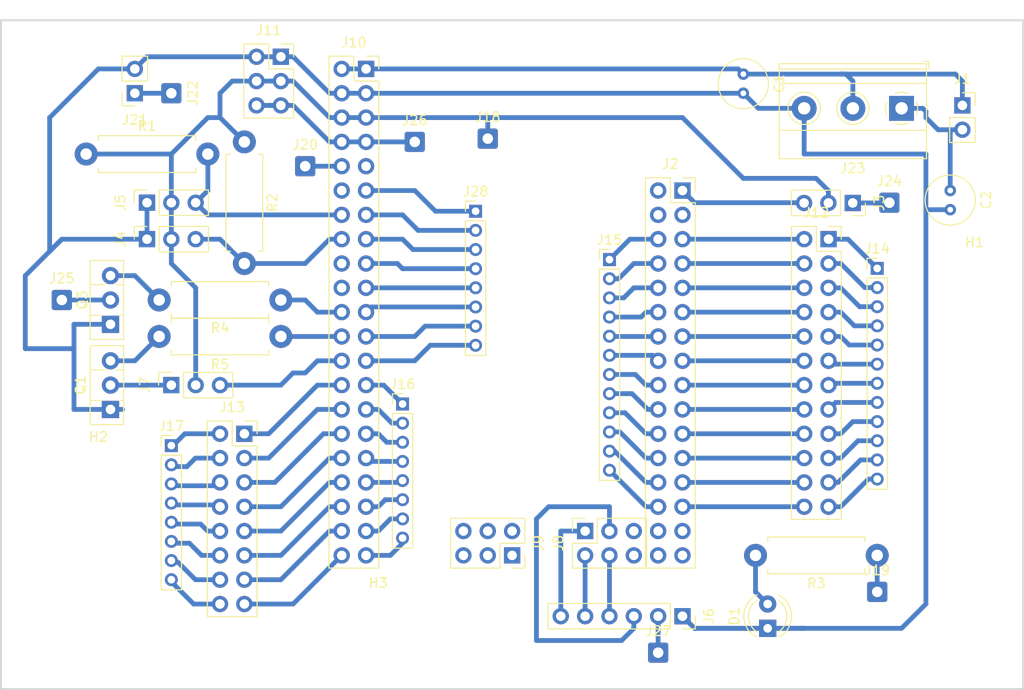
<source format=kicad_pcb>
(kicad_pcb (version 20221018) (generator pcbnew)
  (layers (0 "F.Cu" signal) (31 "B.Cu" signal) (34 "B.Paste" user) (35 "F.Paste" user) (36 "B.SilkS" user "B.Silkscreen") (37 "F.SilkS" user "F.Silkscreen") (38 "B.Mask" user) (39 "F.Mask" user) (44 "Edge.Cuts" user))
  (net 0 "")
  (net 1 "VIN")
  (net 2 "GND")
  (net 3 "MQ7")
  (net 8 "+5V")
  (net 9 "Temp")
  (net 10 "DHT11")
  (net 11 "+3.3V")
  (net 12 "MOSI")
  (net 13 "SCK")
  (net 14 "MISO")
  (net 15 "CS")
  (net 16 "GPS")
  (net 25 "Net-(J10-Pin_11)")
  (net 27 "Net-(J10-Pin_13)")
  (net 28 "Net-(J10-Pin_15)")
  (net 30 "Net-(J10-Pin_17)")
  (net 32 "Net-(J10-Pin_19)")
  (net 33 "Net-(J10-Pin_21)")
  (net 34 "Net-(J10-Pin_23)")
  (net 36 "Net-(J10-Pin_25)")
  (net 37 "A5")
  (net 38 "A7")
  (net 39 "A9")
  (net 40 "A11")
  (net 41 "A13")
  (net 42 "A15")
  (net 43 "A4")
  (net 44 "A6")
  (net 45 "A8")
  (net 46 "A10")
  (net 47 "A12")
  (net 48 "A14")
  (net 51 "D33")
  (net 52 "D32")
  (net 53 "D35")
  (net 54 "D34")
  (net 55 "D37")
  (net 56 "D36")
  (net 57 "D39")
  (net 58 "D38")
  (net 59 "D41")
  (net 60 "D40")
  (net 61 "D43")
  (net 62 "D42")
  (net 63 "D30")
  (net 64 "D31")
  (net 65 "D28")
  (net 66 "D29")
  (net 67 "D26")
  (net 68 "D27")
  (net 69 "D24")
  (net 70 "D25")
  (net 71 "D22")
  (net 72 "D23")
  (net 73 "D20")
  (net 74 "D21")
  (net 75 "D18")
  (net 76 "D19")
  (net 77 "D16")
  (net 78 "D17")
  (net 79 "Net-(D1-A)")
  (net 80 "RESET")
  (net 82 "VIN_3V3")
  (net 83 "Net-(Q1-B)")
  (net 84 "Net-(Q3-B)")
  (net 85 "T1")
  (net 86 "T2")
  (net 87 "GN2")
  (net 88 "GN1")
  (footprint "MountingHole:MountingHole_4.3mm_M4_DIN965" (layer "F.Cu") (at 101.85 -43.13)
    (fp_text reference "H1")
    (fp_text value "MountingHole")
  )
  (footprint "Capacitor_THT:C_Radial_D5.0mm_H5.0mm_P2.00mm" (layer "F.Cu") (at 77.72 -65.45 -90)
    (fp_text reference "C1")
    (fp_text value "C")
  )
  (footprint "Connector_Wire:SolderWire-0.5sqmm_1x01_D0.9mm_OD2.1mm" (layer "F.Cu") (at 43.43 -58.37)
    (fp_text reference "J26")
    (fp_text value "Conn_01x01_Pin")
  )
  (footprint "Resistor_THT:R_Axial_DIN0411_L9.9mm_D3.6mm_P12.70mm_Horizontal" (layer "F.Cu") (at 29.46 -41.86 180)
    (fp_text reference "R4")
    (fp_text value "4.7k")
  )
  (footprint "Connector_PinSocket_2.54mm:PinSocket_1x02_P2.54mm_Vertical" (layer "F.Cu") (at 14.22 -63.45 180)
    (fp_text reference "J21")
    (fp_text value "Conn_01x02_Pin")
  )
  (footprint "MountingHole:MountingHole_4.3mm_M4_DIN965" (layer "F.Cu") (at 10.41 -22.81)
    (fp_text reference "H2")
    (fp_text value "MountingHole")
  )
  (footprint "Connector_PinSocket_2.54mm:PinSocket_1x06_P2.54mm_Vertical" (layer "F.Cu") (at 71.37 -8.84 -90)
    (fp_text reference "J6")
    (fp_text value "Conn_01x06_Pin")
  )
  (footprint "Connector_Wire:SolderWire-0.5sqmm_1x01_D0.9mm_OD2.1mm" (layer "F.Cu") (at 18.03 -63.45 -90)
    (fp_text reference "J22")
    (fp_text value "Conn_01x01_Pin")
  )
  (footprint "Connector_Wire:SolderWire-0.5sqmm_1x01_D0.9mm_OD2.1mm" (layer "F.Cu") (at 6.6 -41.86)
    (fp_text reference "J25")
    (fp_text value "Conn_01x01_Pin")
  )
  (footprint "Connector_PinSocket_2.54mm:PinSocket_2x21_P2.54mm_Vertical" (layer "F.Cu") (at 38.35 -65.99)
    (fp_text reference "J10")
    (fp_text value "Conn_02x21_Odd_Even")
  )
  (footprint "Connector_PinHeader_2.00mm:PinHeader_1x12_P2.00mm_Vertical" (layer "F.Cu") (at 63.75 -46.08)
    (fp_text reference "J15")
    (fp_text value "Conn_01x12_Pin")
  )
  (footprint "Connector_PinSocket_2.54mm:PinSocket_2x03_P2.54mm_Vertical" (layer "F.Cu") (at 61.21 -17.73 90)
    (fp_text reference "J8")
    (fp_text value "Conn_02x03_Odd_Even")
  )
  (footprint "Resistor_THT:R_Axial_DIN0411_L9.9mm_D3.6mm_P12.70mm_Horizontal" (layer "F.Cu") (at 25.65 -58.37 -90)
    (fp_text reference "R2")
    (fp_text value "R")
  )
  (footprint "Connector_Wire:SolderWire-0.5sqmm_1x01_D0.9mm_OD2.1mm" (layer "F.Cu") (at 92.96 -52.02)
    (fp_text reference "J24")
    (fp_text value "Conn_01x01_Pin")
  )
  (footprint "Connector_PinHeader_2.00mm:PinHeader_1x08_P2.00mm_Vertical" (layer "F.Cu") (at 42.16 -31)
    (fp_text reference "J16")
    (fp_text value "Conn_01x08_Pin")
  )
  (footprint "Connector_PinSocket_2.54mm:PinSocket_2x12_P2.54mm_Vertical" (layer "F.Cu") (at 86.61 -48.21)
    (fp_text reference "J12")
    (fp_text value "Conn_02x12_Odd_Even")
  )
  (footprint "Resistor_THT:R_Axial_DIN0411_L9.9mm_D3.6mm_P12.70mm_Horizontal" (layer "F.Cu") (at 9.14 -57.1)
    (fp_text reference "R1")
    (fp_text value "R")
  )
  (footprint "Connector_PinSocket_2.54mm:PinSocket_2x08_P2.54mm_Vertical" (layer "F.Cu") (at 25.65 -27.89)
    (fp_text reference "J13")
    (fp_text value "Conn_02x08_Odd_Even")
  )
  (footprint "Connector_PinHeader_2.00mm:PinHeader_1x08_P2.00mm_Vertical" (layer "F.Cu") (at 49.78 -51.13)
    (fp_text reference "J28")
    (fp_text value "Conn_01x08_Pin")
  )
  (footprint "Connector_Wire:SolderWire-0.5sqmm_1x01_D0.9mm_OD2.1mm" (layer "F.Cu") (at 68.83 -5.03)
    (fp_text reference "J27")
    (fp_text value "Conn_01x01_Pin")
  )
  (footprint "Connector_PinSocket_2.54mm:PinSocket_1x02_P2.54mm_Vertical" (layer "F.Cu") (at 100.58 -62.18)
    (fp_text reference "J1")
    (fp_text value "Conn_01x02_Pin")
  )
  (footprint "Connector_PinSocket_2.54mm:PinSocket_1x03_P2.54mm_Vertical" (layer "F.Cu") (at 15.49 -52.02 90)
    (fp_text reference "J5")
    (fp_text value "Conn_01x03_Pin")
  )
  (footprint "Connector_PinSocket_2.54mm:PinSocket_1x03_P2.54mm_Vertical" (layer "F.Cu") (at 18.03 -32.97 90)
    (fp_text reference "J7")
    (fp_text value "Conn_01x03_Pin")
  )
  (footprint "Connector_Wire:SolderWire-0.5sqmm_1x01_D0.9mm_OD2.1mm" (layer "F.Cu") (at 91.69 -11.38)
    (fp_text reference "J19")
    (fp_text value "Conn_01x01_Pin")
  )
  (footprint "Connector_PinSocket_2.54mm:PinSocket_1x03_P2.54mm_Vertical" (layer "F.Cu") (at 15.49 -48.21 90)
    (fp_text reference "J4")
    (fp_text value "Conn_01x03_Pin")
  )
  (footprint "Package_TO_SOT_THT:TO-126-3_Vertical" (layer "F.Cu") (at 11.68 -30.43 90)
    (fp_text reference "Q1")
    (fp_text value "BD135")
  )
  (footprint "Connector_PinSocket_2.54mm:PinSocket_2x03_P2.54mm_Vertical" (layer "F.Cu") (at 53.59 -15.19 -90)
    (fp_text reference "J9")
    (fp_text value "Conn_02x03_Odd_Even")
  )
  (footprint "Resistor_THT:R_Axial_DIN0411_L9.9mm_D3.6mm_P12.70mm_Horizontal" (layer "F.Cu") (at 29.46 -38.05 180)
    (fp_text reference "R5")
    (fp_text value "4.7k")
  )
  (footprint "LED_THT:LED_D4.0mm" (layer "F.Cu") (at 80.26 -7.57 90)
    (fp_text reference "D1")
    (fp_text value "LED")
  )
  (footprint "Resistor_THT:R_Axial_DIN0411_L9.9mm_D3.6mm_P12.70mm_Horizontal" (layer "F.Cu") (at 91.69 -15.19 180)
    (fp_text reference "R3")
    (fp_text value "R")
  )
  (footprint "Package_TO_SOT_THT:TO-126-3_Vertical" (layer "F.Cu") (at 11.68 -39.32 90)
    (fp_text reference "Q3")
    (fp_text value "BD135")
  )
  (footprint "TerminalBlock_Phoenix:TerminalBlock_Phoenix_MKDS-1,5-3-5.08_1x03_P5.08mm_Horizontal" (layer "F.Cu") (at 94.23 -61.875 180)
    (fp_text reference "J23")
    (fp_text value "Screw_Terminal_01x03")
  )
  (footprint "Connector_PinHeader_2.00mm:PinHeader_1x08_P2.00mm_Vertical" (layer "F.Cu") (at 18.03 -26.65)
    (fp_text reference "J17")
    (fp_text value "Conn_01x08_Pin")
  )
  (footprint "Connector_PinHeader_2.00mm:PinHeader_1x12_P2.00mm_Vertical" (layer "F.Cu") (at 91.69 -45.16)
    (fp_text reference "J14")
    (fp_text value "Conn_01x12_Pin")
  )
  (footprint "Connector_Wire:SolderWire-0.5sqmm_1x01_D0.9mm_OD2.1mm" (layer "F.Cu") (at 51.05 -58.71)
    (fp_text reference "J18")
    (fp_text value "Conn_01x01_Pin")
  )
  (footprint "Capacitor_THT:C_Radial_D5.0mm_H5.0mm_P2.00mm" (layer "F.Cu") (at 99.31 -53.29 -90)
    (fp_text reference "C2")
    (fp_text value "C")
  )
  (footprint "Connector_PinSocket_2.54mm:PinSocket_1x03_P2.54mm_Vertical" (layer "F.Cu") (at 89.135 -51.995 -90)
    (fp_text reference "J3")
    (fp_text value "Conn_01x03_Pin")
  )
  (footprint "Connector_Wire:SolderWire-0.5sqmm_1x01_D0.9mm_OD2.1mm" (layer "F.Cu") (at 32 -55.83)
    (fp_text reference "J20")
    (fp_text value "Conn_01x01_Pin")
  )
  (footprint "Connector_PinSocket_2.54mm:PinSocket_2x03_P2.54mm_Vertical" (layer "F.Cu") (at 29.46 -67.26)
    (fp_text reference "J11")
    (fp_text value "Conn_02x03_Odd_Even")
  )
  (footprint "MountingHole:MountingHole_4.3mm_M4_DIN965" (layer "F.Cu") (at 39.62 -7.57)
    (fp_text reference "H3")
    (fp_text value "MountingHole")
  )
  (footprint "Connector_PinSocket_2.54mm:PinSocket_2x16_P2.54mm_Vertical" (layer "F.Cu") (at 71.37 -53.29)
    (fp_text reference "J2")
    (fp_text value "Conn_02x16_Odd_Even")
  )
  (gr_rect (start 0.25 -71.07) (end 106.93 -1.22) (stroke (width 0.2)) (fill none) (layer "Edge.Cuts"))
  (segment (start 38.35 -65.99) (end 35.81 -65.99) (width 0.5) (layer "B.Cu") (net 1))
  (segment (start 89.15 -64.72) (end 89.15 -61.875) (width 0.5) (layer "B.Cu") (net 1))
  (segment (start 99.85 -65.45) (end 100.58 -64.72) (width 0.5) (layer "B.Cu") (net 1))
  (segment (start 87.88 -65.45) (end 88.42 -65.45) (width 0.5) (layer "B.Cu") (net 1))
  (segment (start 77.72 -65.45) (end 87.88 -65.45) (width 0.5) (layer "B.Cu") (net 1))
  (segment (start 100.58 -64.72) (end 100.58 -62.18) (width 0.5) (layer "B.Cu") (net 1))
  (segment (start 88.42 -65.45) (end 89.15 -64.72) (width 0.5) (layer "B.Cu") (net 1))
  (segment (start 77.18 -65.99) (end 77.72 -65.45) (width 0.5) (layer "B.Cu") (net 1))
  (segment (start 38.35 -65.99) (end 77.18 -65.99) (width 0.5) (layer "B.Cu") (net 1))
  (segment (start 87.88 -65.45) (end 99.85 -65.45) (width 0.5) (layer "B.Cu") (net 1))
  (segment (start 96.77 -10.11) (end 96.77 -51.29) (width 0.5) (layer "B.Cu") (net 2))
  (segment (start 7.87 -30.43) (end 7.87 -39.32) (width 0.5) (layer "B.Cu") (net 2))
  (segment (start 7.87 -39.32) (end 11.68 -39.32) (width 0.5) (layer "B.Cu") (net 2))
  (segment (start 34.54 -63.45) (end 30.73 -67.26) (width 0.5) (layer "B.Cu") (net 2))
  (segment (start 15.49 -48.21) (end 15.49 -52.02) (width 0.5) (layer "B.Cu") (net 2))
  (segment (start 77.72 -63.45) (end 79.295 -61.875) (width 0.5) (layer "B.Cu") (net 2))
  (segment (start 84.07 -7.57) (end 94.23 -7.57) (width 0.5) (layer "B.Cu") (net 2))
  (segment (start 10.41 -65.99) (end 5.33 -60.91) (width 0.5) (layer "B.Cu") (net 2))
  (segment (start 84.07 -61.875) (end 84.07 -57.1) (width 0.5) (layer "B.Cu") (net 2))
  (segment (start 12.95 -30.43) (end 11.68 -30.43) (width 0.5) (layer "B.Cu") (net 2))
  (segment (start 35.81 -63.45) (end 38.35 -63.45) (width 0.5) (layer "B.Cu") (net 2))
  (segment (start 79.295 -61.875) (end 84.07 -61.875) (width 0.5) (layer "B.Cu") (net 2))
  (segment (start 5.33 -60.91) (end 5.33 -46.94) (width 0.5) (layer "B.Cu") (net 2))
  (segment (start 94.23 -7.57) (end 96.77 -10.11) (width 0.5) (layer "B.Cu") (net 2))
  (segment (start 72.64 -7.57) (end 71.37 -8.84) (width 0.5) (layer "B.Cu") (net 2))
  (segment (start 6.6 -48.21) (end 2.79 -44.4) (width 0.5) (layer "B.Cu") (net 2))
  (segment (start 84.07 -7.57) (end 80.26 -7.57) (width 0.5) (layer "B.Cu") (net 2))
  (segment (start 6.6 -48.21) (end 15.49 -48.21) (width 0.5) (layer "B.Cu") (net 2))
  (segment (start 26.92 -67.26) (end 29.46 -67.26) (width 0.5) (layer "B.Cu") (net 2))
  (segment (start 26.92 -67.26) (end 15.49 -67.26) (width 0.5) (layer "B.Cu") (net 2))
  (segment (start 2.79 -36.78) (end 2.79 -44.4) (width 0.5) (layer "B.Cu") (net 2))
  (segment (start 84.07 -7.57) (end 72.64 -7.57) (width 0.5) (layer "B.Cu") (net 2))
  (segment (start 15.49 -67.26) (end 14.22 -65.99) (width 0.5) (layer "B.Cu") (net 2))
  (segment (start 84.07 -57.1) (end 96.77 -57.1) (width 0.5) (layer "B.Cu") (net 2))
  (segment (start 38.35 -63.45) (end 77.72 -63.45) (width 0.5) (layer "B.Cu") (net 2))
  (segment (start 7.87 -36.78) (end 2.79 -36.78) (width 0.5) (layer "B.Cu") (net 2))
  (segment (start 11.68 -30.43) (end 7.87 -30.43) (width 0.5) (layer "B.Cu") (net 2))
  (segment (start 14.22 -65.99) (end 10.41 -65.99) (width 0.5) (layer "B.Cu") (net 2))
  (segment (start 80.26 -7.57) (end 72.64 -7.57) (width 0.5) (layer "B.Cu") (net 2))
  (segment (start 30.73 -67.26) (end 28.205 -67.26) (width 0.5) (layer "B.Cu") (net 2))
  (segment (start 5.33 -46.94) (end 6.6 -48.21) (width 0.5) (layer "B.Cu") (net 2))
  (segment (start 35.81 -63.45) (end 34.54 -63.45) (width 0.5) (layer "B.Cu") (net 2))
  (segment (start 96.77 -57.1) (end 96.77 -51.29) (width 0.5) (layer "B.Cu") (net 2))
  (segment (start 96.77 -51.29) (end 99.31 -51.29) (width 0.5) (layer "B.Cu") (net 2))
  (segment (start 72.64 -52.02) (end 71.37 -53.29) (width 0.5) (layer "B.Cu") (net 3))
  (segment (start 84.03 -52.02) (end 72.64 -52.02) (width 0.5) (layer "B.Cu") (net 3))
  (segment (start 84.055 -51.995) (end 84.03 -52.02) (width 0.5) (layer "B.Cu") (net 3))
  (segment (start 20.57 -43.13) (end 20.57 -32.97) (width 0.5) (layer "B.Cu") (net 8))
  (segment (start 86.595 -53.285) (end 85.32 -54.56) (width 0.5) (layer "B.Cu") (net 8))
  (segment (start 23.11 -60.91) (end 23.11 -63.45) (width 0.5) (layer "B.Cu") (net 8))
  (segment (start 85.32 -54.56) (end 77.72 -54.56) (width 0.5) (layer "B.Cu") (net 8))
  (segment (start 29.46 -64.72) (end 26.92 -64.72) (width 0.5) (layer "B.Cu") (net 8))
  (segment (start 18.03 -52.02) (end 18.03 -55.83) (width 0.5) (layer "B.Cu") (net 8))
  (segment (start 18.03 -48.21) (end 18.03 -52.02) (width 0.5) (layer "B.Cu") (net 8))
  (segment (start 30.73 -64.72) (end 28.205 -64.72) (width 0.5) (layer "B.Cu") (net 8))
  (segment (start 18.03 -57.1) (end 21.84 -60.91) (width 0.5) (layer "B.Cu") (net 8))
  (segment (start 91.69 -11.38) (end 91.69 -15.19) (width 0.5) (layer "B.Cu") (net 8))
  (segment (start 24.38 -64.72) (end 26.92 -64.72) (width 0.5) (layer "B.Cu") (net 8))
  (segment (start 35.81 -60.91) (end 34.54 -60.91) (width 0.5) (layer "B.Cu") (net 8))
  (segment (start 18.03 -55.83) (end 18.03 -57.1) (width 0.5) (layer "B.Cu") (net 8))
  (segment (start 23.11 -60.91) (end 25.65 -58.37) (width 0.5) (layer "B.Cu") (net 8))
  (segment (start 23.11 -63.45) (end 24.38 -64.72) (width 0.5) (layer "B.Cu") (net 8))
  (segment (start 71.37 -60.91) (end 38.35 -60.91) (width 0.5) (layer "B.Cu") (net 8))
  (segment (start 38.35 -60.91) (end 35.81 -60.91) (width 0.5) (layer "B.Cu") (net 8))
  (segment (start 77.72 -54.56) (end 71.37 -60.91) (width 0.5) (layer "B.Cu") (net 8))
  (segment (start 18.03 -45.67) (end 20.57 -43.13) (width 0.5) (layer "B.Cu") (net 8))
  (segment (start 18.03 -48.21) (end 18.03 -45.67) (width 0.5) (layer "B.Cu") (net 8))
  (segment (start 18.03 -57.1) (end 9.14 -57.1) (width 0.5) (layer "B.Cu") (net 8))
  (segment (start 86.595 -51.995) (end 86.595 -53.285) (width 0.5) (layer "B.Cu") (net 8))
  (segment (start 51.05 -59.005) (end 51.05 -60.91) (width 0.5) (layer "B.Cu") (net 8))
  (segment (start 21.84 -60.91) (end 23.11 -60.91) (width 0.5) (layer "B.Cu") (net 8))
  (segment (start 34.54 -60.91) (end 30.73 -64.72) (width 0.5) (layer "B.Cu") (net 8))
  (segment (start 20.57 -48.21) (end 23.11 -48.21) (width 0.5) (layer "B.Cu") (net 9))
  (segment (start 34.54 -48.21) (end 32 -45.67) (width 0.5) (layer "B.Cu") (net 9))
  (segment (start 23.11 -48.21) (end 25.65 -45.67) (width 0.5) (layer "B.Cu") (net 9))
  (segment (start 35.81 -48.21) (end 34.54 -48.21) (width 0.5) (layer "B.Cu") (net 9))
  (segment (start 32 -45.67) (end 25.65 -45.67) (width 0.5) (layer "B.Cu") (net 9))
  (segment (start 21.84 -50.75) (end 20.57 -52.02) (width 0.5) (layer "B.Cu") (net 10))
  (segment (start 21.84 -53.29) (end 21.84 -57.1) (width 0.5) (layer "B.Cu") (net 10))
  (segment (start 35.81 -50.75) (end 21.84 -50.75) (width 0.5) (layer "B.Cu") (net 10))
  (segment (start 20.57 -52.02) (end 21.84 -53.29) (width 0.5) (layer "B.Cu") (net 10))
  (segment (start 30.73 -62.18) (end 34.54 -58.37) (width 0.5) (layer "B.Cu") (net 11))
  (segment (start 68.83 -5.03) (end 68.83 -8.84) (width 0.5) (layer "B.Cu") (net 11))
  (segment (start 29.46 -62.18) (end 26.92 -62.18) (width 0.5) (layer "B.Cu") (net 11))
  (segment (start 28.205 -62.18) (end 30.73 -62.18) (width 0.5) (layer "B.Cu") (net 11))
  (segment (start 34.54 -58.37) (end 35.81 -58.37) (width 0.5) (layer "B.Cu") (net 11))
  (segment (start 38.35 -58.37) (end 35.81 -58.37) (width 0.5) (layer "B.Cu") (net 11))
  (segment (start 38.35 -58.37) (end 43.43 -58.37) (width 0.5) (layer "B.Cu") (net 11))
  (segment (start 63.75 -20.27) (end 63.75 -17.73) (width 0.5) (layer "B.Cu") (net 12))
  (segment (start 57.4 -20.27) (end 63.75 -20.27) (width 0.5) (layer "B.Cu") (net 12))
  (segment (start 56.13 -19) (end 57.4 -20.27) (width 0.5) (layer "B.Cu") (net 12))
  (segment (start 66.29 -7.57) (end 65.02 -6.3) (width 0.5) (layer "B.Cu") (net 12))
  (segment (start 66.29 -8.84) (end 66.29 -7.57) (width 0.5) (layer "B.Cu") (net 12))
  (segment (start 65.02 -6.3) (end 56.13 -6.3) (width 0.5) (layer "B.Cu") (net 12))
  (segment (start 56.13 -6.3) (end 56.13 -19) (width 0.5) (layer "B.Cu") (net 12))
  (segment (start 61.21 -8.84) (end 61.21 -15.19) (width 0.5) (layer "B.Cu") (net 13))
  (segment (start 63.75 -15.19) (end 63.75 -8.84) (width 0.5) (layer "B.Cu") (net 14))
  (segment (start 58.67 -17.73) (end 61.21 -17.73) (width 0.5) (layer "B.Cu") (net 15))
  (segment (start 58.67 -8.84) (end 58.67 -17.73) (width 0.5) (layer "B.Cu") (net 15))
  (segment (start 35.81 -35.51) (end 33.27 -35.51) (width 0.5) (layer "B.Cu") (net 16))
  (segment (start 29.46 -32.97) (end 23.11 -32.97) (width 0.5) (layer "B.Cu") (net 16))
  (segment (start 32 -34.24) (end 30.73 -34.24) (width 0.5) (layer "B.Cu") (net 16))
  (segment (start 30.73 -34.24) (end 29.46 -32.97) (width 0.5) (layer "B.Cu") (net 16))
  (segment (start 33.27 -35.51) (end 32 -34.24) (width 0.5) (layer "B.Cu") (net 16))
  (segment (start 43.43 -53.29) (end 45.59 -51.13) (width 0.5) (layer "B.Cu") (net 25))
  (segment (start 38.35 -53.29) (end 43.43 -53.29) (width 0.5) (layer "B.Cu") (net 25))
  (segment (start 45.59 -51.13) (end 49.78 -51.13) (width 0.5) (layer "B.Cu") (net 25))
  (segment (start 49.78 -49.13) (end 43.78 -49.13) (width 0.5) (layer "B.Cu") (net 27))
  (segment (start 43.78 -49.13) (end 42.16 -50.75) (width 0.5) (layer "B.Cu") (net 27))
  (segment (start 42.16 -50.75) (end 38.35 -50.75) (width 0.5) (layer "B.Cu") (net 27))
  (segment (start 42.16 -48.21) (end 38.35 -48.21) (width 0.5) (layer "B.Cu") (net 28))
  (segment (start 49.78 -47.13) (end 43.24 -47.13) (width 0.5) (layer "B.Cu") (net 28))
  (segment (start 43.24 -47.13) (end 42.16 -48.21) (width 0.5) (layer "B.Cu") (net 28))
  (segment (start 41.62 -45.67) (end 42.16 -45.13) (width 0.5) (layer "B.Cu") (net 30))
  (segment (start 38.35 -45.67) (end 41.62 -45.67) (width 0.5) (layer "B.Cu") (net 30))
  (segment (start 42.16 -45.13) (end 49.78 -45.13) (width 0.5) (layer "B.Cu") (net 30))
  (segment (start 38.35 -43.13) (end 49.78 -43.13) (width 0.5) (layer "B.Cu") (net 32))
  (segment (start 38.89 -41.13) (end 38.35 -40.59) (width 0.5) (layer "B.Cu") (net 33))
  (segment (start 49.78 -41.13) (end 38.89 -41.13) (width 0.5) (layer "B.Cu") (net 33))
  (segment (start 49.78 -39.13) (end 44.51 -39.13) (width 0.5) (layer "B.Cu") (net 34))
  (segment (start 44.51 -39.13) (end 43.43 -38.05) (width 0.5) (layer "B.Cu") (net 34))
  (segment (start 38.35 -38.05) (end 43.43 -38.05) (width 0.5) (layer "B.Cu") (net 34))
  (segment (start 43.43 -35.51) (end 38.35 -35.51) (width 0.5) (layer "B.Cu") (net 36))
  (segment (start 49.78 -37.13) (end 45.05 -37.13) (width 0.5) (layer "B.Cu") (net 36))
  (segment (start 45.05 -37.13) (end 43.43 -35.51) (width 0.5) (layer "B.Cu") (net 36))
  (segment (start 68.83 -48.21) (end 65.88 -48.21) (width 0.5) (layer "B.Cu") (net 37))
  (segment (start 88.64 -48.21) (end 91.69 -45.16) (width 0.5) (layer "B.Cu") (net 37))
  (segment (start 86.61 -48.21) (end 88.64 -48.21) (width 0.5) (layer "B.Cu") (net 37))
  (segment (start 65.88 -48.21) (end 63.75 -46.08) (width 0.5) (layer "B.Cu") (net 37))
  (segment (start 68.83 -45.67) (end 66.29 -45.67) (width 0.5) (layer "B.Cu") (net 38))
  (segment (start 91.69 -43.16) (end 90.39 -43.16) (width 0.5) (layer "B.Cu") (net 38))
  (segment (start 90.39 -43.16) (end 87.88 -45.67) (width 0.5) (layer "B.Cu") (net 38))
  (segment (start 66.29 -45.67) (end 64.7 -44.08) (width 0.5) (layer "B.Cu") (net 38))
  (segment (start 64.7 -44.08) (end 63.75 -44.08) (width 0.5) (layer "B.Cu") (net 38))
  (segment (start 87.88 -45.67) (end 86.61 -45.67) (width 0.5) (layer "B.Cu") (net 38))
  (segment (start 68.83 -43.13) (end 66.29 -43.13) (width 0.5) (layer "B.Cu") (net 39))
  (segment (start 91.69 -41.16) (end 89.85 -41.16) (width 0.5) (layer "B.Cu") (net 39))
  (segment (start 89.85 -41.16) (end 87.88 -43.13) (width 0.5) (layer "B.Cu") (net 39))
  (segment (start 65.24 -42.08) (end 63.75 -42.08) (width 0.5) (layer "B.Cu") (net 39))
  (segment (start 66.29 -43.13) (end 65.24 -42.08) (width 0.5) (layer "B.Cu") (net 39))
  (segment (start 87.88 -43.13) (end 86.61 -43.13) (width 0.5) (layer "B.Cu") (net 39))
  (segment (start 67.56 -40.59) (end 67.05 -40.08) (width 0.5) (layer "B.Cu") (net 40))
  (segment (start 89.31 -39.16) (end 87.88 -40.59) (width 0.5) (layer "B.Cu") (net 40))
  (segment (start 67.05 -40.08) (end 63.75 -40.08) (width 0.5) (layer "B.Cu") (net 40))
  (segment (start 91.69 -39.16) (end 89.31 -39.16) (width 0.5) (layer "B.Cu") (net 40))
  (segment (start 68.83 -40.59) (end 67.56 -40.59) (width 0.5) (layer "B.Cu") (net 40))
  (segment (start 87.88 -40.59) (end 86.61 -40.59) (width 0.5) (layer "B.Cu") (net 40))
  (segment (start 88.77 -37.16) (end 87.88 -38.05) (width 0.5) (layer "B.Cu") (net 41))
  (segment (start 91.69 -37.16) (end 88.77 -37.16) (width 0.5) (layer "B.Cu") (net 41))
  (segment (start 63.78 -38.05) (end 63.75 -38.08) (width 0.5) (layer "B.Cu") (net 41))
  (segment (start 68.83 -38.05) (end 63.78 -38.05) (width 0.5) (layer "B.Cu") (net 41))
  (segment (start 87.88 -38.05) (end 86.61 -38.05) (width 0.5) (layer "B.Cu") (net 41))
  (segment (start 68.83 -35.51) (end 68.26 -36.08) (width 0.5) (layer "B.Cu") (net 42))
  (segment (start 68.26 -36.08) (end 63.75 -36.08) (width 0.5) (layer "B.Cu") (net 42))
  (segment (start 91.69 -35.16) (end 86.96 -35.16) (width 0.5) (layer "B.Cu") (net 42))
  (segment (start 86.96 -35.16) (end 86.61 -35.51) (width 0.5) (layer "B.Cu") (net 42))
  (segment (start 84.07 -48.21) (end 71.37 -48.21) (width 0.5) (layer "B.Cu") (net 43))
  (segment (start 84.07 -45.67) (end 71.37 -45.67) (width 0.5) (layer "B.Cu") (net 44))
  (segment (start 84.07 -43.13) (end 71.37 -43.13) (width 0.5) (layer "B.Cu") (net 45))
  (segment (start 71.37 -40.59) (end 84.07 -40.59) (width 0.5) (layer "B.Cu") (net 46))
  (segment (start 84.07 -38.05) (end 71.37 -38.05) (width 0.5) (layer "B.Cu") (net 47))
  (segment (start 71.37 -35.51) (end 84.07 -35.51) (width 0.5) (layer "B.Cu") (net 48))
  (segment (start 66.45 -34.08) (end 63.75 -34.08) (width 0.5) (layer "B.Cu") (net 51))
  (segment (start 68.83 -32.97) (end 67.56 -32.97) (width 0.5) (layer "B.Cu") (net 51))
  (segment (start 91.69 -33.16) (end 86.8 -33.16) (width 0.5) (layer "B.Cu") (net 51))
  (segment (start 86.8 -33.16) (end 86.61 -32.97) (width 0.5) (layer "B.Cu") (net 51))
  (segment (start 67.56 -32.97) (end 66.45 -34.08) (width 0.5) (layer "B.Cu") (net 51))
  (segment (start 84.07 -32.97) (end 71.37 -32.97) (width 0.5) (layer "B.Cu") (net 52))
  (segment (start 66.1 -32.08) (end 63.75 -32.08) (width 0.5) (layer "B.Cu") (net 53))
  (segment (start 91.69 -31.16) (end 87.34 -31.16) (width 0.5) (layer "B.Cu") (net 53))
  (segment (start 87.34 -31.16) (end 86.61 -30.43) (width 0.5) (layer "B.Cu") (net 53))
  (segment (start 67.75 -30.43) (end 66.1 -32.08) (width 0.5) (layer "B.Cu") (net 53))
  (segment (start 68.83 -30.43) (end 67.75 -30.43) (width 0.5) (layer "B.Cu") (net 53))
  (segment (start 71.37 -30.43) (end 84.07 -30.43) (width 0.5) (layer "B.Cu") (net 54))
  (segment (start 87.88 -27.89) (end 86.61 -27.89) (width 0.5) (layer "B.Cu") (net 55))
  (segment (start 68.83 -27.89) (end 67.56 -27.89) (width 0.5) (layer "B.Cu") (net 55))
  (segment (start 89.15 -29.16) (end 87.88 -27.89) (width 0.5) (layer "B.Cu") (net 55))
  (segment (start 65.37 -30.08) (end 63.75 -30.08) (width 0.5) (layer "B.Cu") (net 55))
  (segment (start 91.69 -29.16) (end 89.15 -29.16) (width 0.5) (layer "B.Cu") (net 55))
  (segment (start 67.56 -27.89) (end 65.37 -30.08) (width 0.5) (layer "B.Cu") (net 55))
  (segment (start 84.07 -27.89) (end 71.37 -27.89) (width 0.5) (layer "B.Cu") (net 56))
  (segment (start 91.69 -27.16) (end 89.69 -27.16) (width 0.5) (layer "B.Cu") (net 57))
  (segment (start 64.83 -28.08) (end 63.75 -28.08) (width 0.5) (layer "B.Cu") (net 57))
  (segment (start 67.56 -25.35) (end 64.83 -28.08) (width 0.5) (layer "B.Cu") (net 57))
  (segment (start 87.88 -25.35) (end 86.61 -25.35) (width 0.5) (layer "B.Cu") (net 57))
  (segment (start 89.69 -27.16) (end 87.88 -25.35) (width 0.5) (layer "B.Cu") (net 57))
  (segment (start 68.83 -25.35) (end 67.56 -25.35) (width 0.5) (layer "B.Cu") (net 57))
  (segment (start 71.37 -25.35) (end 84.07 -25.35) (width 0.5) (layer "B.Cu") (net 58))
  (segment (start 91.69 -25.16) (end 89.949949 -25.16) (width 0.5) (layer "B.Cu") (net 59))
  (segment (start 68.83 -22.81) (end 67.56 -22.81) (width 0.5) (layer "B.Cu") (net 59))
  (segment (start 87.599949 -22.81) (end 86.61 -22.81) (width 0.5) (layer "B.Cu") (net 59))
  (segment (start 64.29 -26.08) (end 63.75 -26.08) (width 0.5) (layer "B.Cu") (net 59))
  (segment (start 67.56 -22.81) (end 64.29 -26.08) (width 0.5) (layer "B.Cu") (net 59))
  (segment (start 89.949949 -25.16) (end 87.599949 -22.81) (width 0.5) (layer "B.Cu") (net 59))
  (segment (start 84.07 -22.81) (end 71.37 -22.81) (width 0.5) (layer "B.Cu") (net 60))
  (segment (start 67.56 -20.27) (end 63.75 -24.08) (width 0.5) (layer "B.Cu") (net 61))
  (segment (start 90.77 -23.16) (end 87.88 -20.27) (width 0.5) (layer "B.Cu") (net 61))
  (segment (start 68.83 -20.27) (end 67.56 -20.27) (width 0.5) (layer "B.Cu") (net 61))
  (segment (start 91.69 -23.16) (end 90.77 -23.16) (width 0.5) (layer "B.Cu") (net 61))
  (segment (start 87.88 -20.27) (end 86.61 -20.27) (width 0.5) (layer "B.Cu") (net 61))
  (segment (start 84.07 -20.27) (end 71.37 -20.27) (width 0.5) (layer "B.Cu") (net 62))
  (segment (start 23.11 -10.11) (end 20.36 -10.11) (width 0.5) (layer "B.Cu") (net 63))
  (segment (start 42.16 -16.46) (end 40.89 -15.19) (width 0.5) (layer "B.Cu") (net 63))
  (segment (start 42.16 -17) (end 42.16 -16.46) (width 0.5) (layer "B.Cu") (net 63))
  (segment (start 20.36 -10.11) (end 18.01 -12.46) (width 0.5) (layer "B.Cu") (net 63))
  (segment (start 40.89 -15.19) (end 38.35 -15.19) (width 0.5) (layer "B.Cu") (net 63))
  (segment (start 35.81 -15.19) (end 30.73 -10.11) (width 0.5) (layer "B.Cu") (net 64))
  (segment (start 30.73 -10.11) (end 25.65 -10.11) (width 0.5) (layer "B.Cu") (net 64))
  (segment (start 18.01 -14.46) (end 18.74 -14.46) (width 0.5) (layer "B.Cu") (net 65))
  (segment (start 39.62 -17.73) (end 38.35 -17.73) (width 0.5) (layer "B.Cu") (net 65))
  (segment (start 40.89 -19) (end 39.62 -17.73) (width 0.5) (layer "B.Cu") (net 65))
  (segment (start 18.74 -14.46) (end 20.55 -12.65) (width 0.5) (layer "B.Cu") (net 65))
  (segment (start 42.16 -19) (end 40.89 -19) (width 0.5) (layer "B.Cu") (net 65))
  (segment (start 20.55 -12.65) (end 23.11 -12.65) (width 0.5) (layer "B.Cu") (net 65))
  (segment (start 35.81 -17.73) (end 34.54 -17.73) (width 0.5) (layer "B.Cu") (net 66))
  (segment (start 34.54 -17.73) (end 29.46 -12.65) (width 0.5) (layer "B.Cu") (net 66))
  (segment (start 29.46 -12.65) (end 25.65 -12.65) (width 0.5) (layer "B.Cu") (net 66))
  (segment (start 21.185 -15.19) (end 23.11 -15.19) (width 0.5) (layer "B.Cu") (net 67))
  (segment (start 18.01 -16.46) (end 19.915 -16.46) (width 0.5) (layer "B.Cu") (net 67))
  (segment (start 40.35 -21) (end 39.62 -20.27) (width 0.5) (layer "B.Cu") (net 67))
  (segment (start 42.16 -21) (end 40.35 -21) (width 0.5) (layer "B.Cu") (net 67))
  (segment (start 39.62 -20.27) (end 38.35 -20.27) (width 0.5) (layer "B.Cu") (net 67))
  (segment (start 19.915 -16.46) (end 21.185 -15.19) (width 0.5) (layer "B.Cu") (net 67))
  (segment (start 34.54 -20.27) (end 29.46 -15.19) (width 0.5) (layer "B.Cu") (net 68))
  (segment (start 29.46 -15.19) (end 25.65 -15.19) (width 0.5) (layer "B.Cu") (net 68))
  (segment (start 35.81 -20.27) (end 34.54 -20.27) (width 0.5) (layer "B.Cu") (net 68))
  (segment (start 23.11 -17.73) (end 21.82 -17.73) (width 0.5) (layer "B.Cu") (net 69))
  (segment (start 21.09 -18.46) (end 18.01 -18.46) (width 0.5) (layer "B.Cu") (net 69))
  (segment (start 38.35 -22.81) (end 41.97 -22.81) (width 0.5) (layer "B.Cu") (net 69))
  (segment (start 21.82 -17.73) (end 21.09 -18.46) (width 0.5) (layer "B.Cu") (net 69))
  (segment (start 41.97 -22.81) (end 42.16 -23) (width 0.5) (layer "B.Cu") (net 69))
  (segment (start 29.46 -17.73) (end 25.65 -17.73) (width 0.5) (layer "B.Cu") (net 70))
  (segment (start 34.54 -22.81) (end 29.46 -17.73) (width 0.5) (layer "B.Cu") (net 70))
  (segment (start 35.81 -22.81) (end 34.54 -22.81) (width 0.5) (layer "B.Cu") (net 70))
  (segment (start 23.11 -20.27) (end 22.92 -20.46) (width 0.5) (layer "B.Cu") (net 71))
  (segment (start 22.92 -20.46) (end 18.01 -20.46) (width 0.5) (layer "B.Cu") (net 71))
  (segment (start 38.7 -25) (end 38.35 -25.35) (width 0.5) (layer "B.Cu") (net 71))
  (segment (start 42.16 -25) (end 38.7 -25) (width 0.5) (layer "B.Cu") (net 71))
  (segment (start 35.81 -25.35) (end 34.54 -25.35) (width 0.5) (layer "B.Cu") (net 72))
  (segment (start 34.54 -25.35) (end 29.46 -20.27) (width 0.5) (layer "B.Cu") (net 72))
  (segment (start 29.46 -20.27) (end 25.65 -20.27) (width 0.5) (layer "B.Cu") (net 72))
  (segment (start 22.76 -22.46) (end 18.01 -22.46) (width 0.5) (layer "B.Cu") (net 73))
  (segment (start 23.11 -22.81) (end 22.76 -22.46) (width 0.5) (layer "B.Cu") (net 73))
  (segment (start 40.51 -27) (end 39.62 -27.89) (width 0.5) (layer "B.Cu") (net 73))
  (segment (start 39.62 -27.89) (end 38.35 -27.89) (width 0.5) (layer "B.Cu") (net 73))
  (segment (start 42.16 -27) (end 40.51 -27) (width 0.5) (layer "B.Cu") (net 73))
  (segment (start 33.905 -27.89) (end 28.825 -22.81) (width 0.5) (layer "B.Cu") (net 74))
  (segment (start 35.81 -27.89) (end 33.905 -27.89) (width 0.5) (layer "B.Cu") (net 74))
  (segment (start 28.825 -22.81) (end 25.65 -22.81) (width 0.5) (layer "B.Cu") (net 74))
  (segment (start 39.62 -30.43) (end 38.35 -30.43) (width 0.5) (layer "B.Cu") (net 75))
  (segment (start 23.11 -25.35) (end 20.55 -25.35) (width 0.5) (layer "B.Cu") (net 75))
  (segment (start 20.55 -25.35) (end 19.66 -24.46) (width 0.5) (layer "B.Cu") (net 75))
  (segment (start 42.16 -29) (end 41.05 -29) (width 0.5) (layer "B.Cu") (net 75))
  (segment (start 19.66 -24.46) (end 18.01 -24.46) (width 0.5) (layer "B.Cu") (net 75))
  (segment (start 41.05 -29) (end 39.62 -30.43) (width 0.5) (layer "B.Cu") (net 75))
  (segment (start 28.19 -25.35) (end 25.65 -25.35) (width 0.5) (layer "B.Cu") (net 76))
  (segment (start 35.81 -30.43) (end 33.27 -30.43) (width 0.5) (layer "B.Cu") (net 76))
  (segment (start 33.27 -30.43) (end 28.19 -25.35) (width 0.5) (layer "B.Cu") (net 76))
  (segment (start 40.19 -32.97) (end 38.35 -32.97) (width 0.5) (layer "B.Cu") (net 77))
  (segment (start 42.16 -31) (end 40.19 -32.97) (width 0.5) (layer "B.Cu") (net 77))
  (segment (start 19.44 -27.89) (end 18.01 -26.46) (width 0.5) (layer "B.Cu") (net 77))
  (segment (start 23.11 -27.89) (end 19.44 -27.89) (width 0.5) (layer "B.Cu") (net 77))
  (segment (start 35.81 -32.97) (end 33.27 -32.97) (width 0.5) (layer "B.Cu") (net 78))
  (segment (start 28.19 -27.89) (end 25.65 -27.89) (width 0.5) (layer "B.Cu") (net 78))
  (segment (start 33.27 -32.97) (end 28.19 -27.89) (width 0.5) (layer "B.Cu") (net 78))
  (segment (start 78.99 -11.38) (end 78.99 -15.19) (width 0.5) (layer "B.Cu") (net 79))
  (segment (start 80.26 -10.11) (end 78.99 -11.38) (width 0.5) (layer "B.Cu") (net 79))
  (segment (start 14.22 -63.45) (end 18.03 -63.45) (width 0.5) (layer "B.Cu") (net 80))
  (segment (start 35.81 -55.83) (end 32 -55.83) (width 0.5) (layer "B.Cu") (net 80))
  (segment (start 96.77 -61.545) (end 96.77 -60.91) (width 0.5) (layer "B.Cu") (net 82))
  (segment (start 96.44 -61.875) (end 96.77 -61.545) (width 0.5) (layer "B.Cu") (net 82))
  (segment (start 94.23 -61.875) (end 96.44 -61.875) (width 0.5) (layer "B.Cu") (net 82))
  (segment (start 98.04 -59.64) (end 99.31 -59.64) (width 0.5) (layer "B.Cu") (net 82))
  (segment (start 96.77 -60.91) (end 98.04 -59.64) (width 0.5) (layer "B.Cu") (net 82))
  (segment (start 99.31 -58.37) (end 99.31 -59.64) (width 0.5) (layer "B.Cu") (net 82))
  (segment (start 99.31 -59.64) (end 100.58 -59.64) (width 0.5) (layer "B.Cu") (net 82))
  (segment (start 99.31 -53.29) (end 99.31 -58.37) (width 0.5) (layer "B.Cu") (net 82))
  (segment (start 14.22 -35.51) (end 16.76 -38.05) (width 0.5) (layer "B.Cu") (net 83))
  (segment (start 11.68 -35.51) (end 14.22 -35.51) (width 0.5) (layer "B.Cu") (net 83))
  (segment (start 14.22 -44.4) (end 16.76 -41.86) (width 0.5) (layer "B.Cu") (net 84))
  (segment (start 11.68 -44.4) (end 14.22 -44.4) (width 0.5) (layer "B.Cu") (net 84))
  (segment (start 33.27 -40.59) (end 32 -41.86) (width 0.5) (layer "B.Cu") (net 85))
  (segment (start 32 -41.86) (end 29.46 -41.86) (width 0.5) (layer "B.Cu") (net 85))
  (segment (start 35.81 -40.59) (end 33.27 -40.59) (width 0.5) (layer "B.Cu") (net 85))
  (segment (start 35.81 -38.05) (end 29.46 -38.05) (width 0.5) (layer "B.Cu") (net 86))
  (segment (start 18.03 -32.97) (end 11.68 -32.97) (width 0.5) (layer "B.Cu") (net 87))
  (segment (start 92.935 -51.995) (end 89.135 -51.995) (width 0.5) (layer "B.Cu") (net 88))
  (segment (start 11.68 -41.86) (end 6.6 -41.86) (width 0.5) (layer "B.Cu") (net 88))
  (segment (start 92.96 -52.02) (end 92.935 -51.995) (width 0.5) (layer "B.Cu") (net 88))
)
</source>
